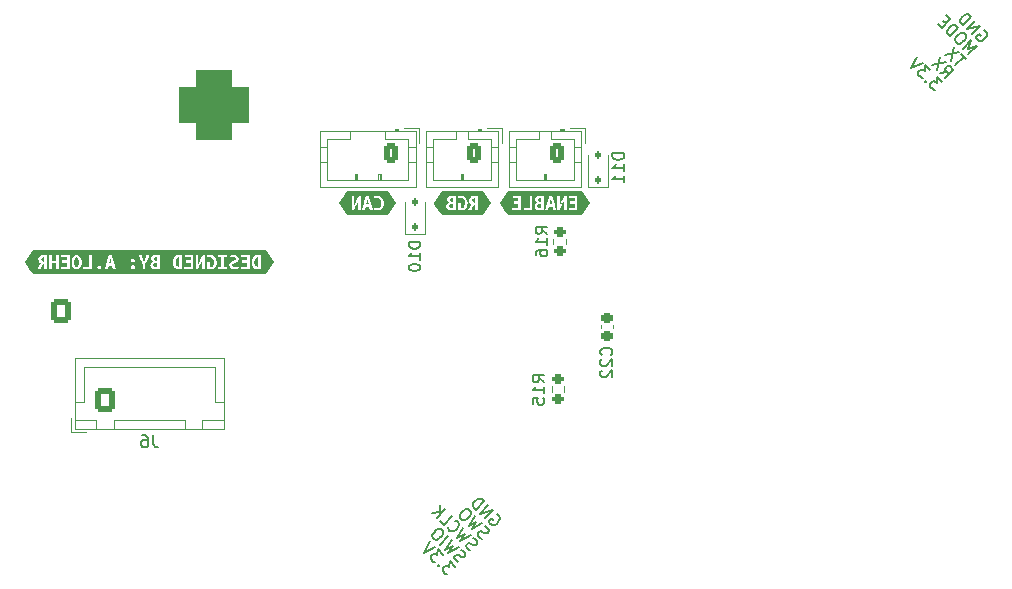
<source format=gbo>
G04 #@! TF.GenerationSoftware,KiCad,Pcbnew,7.0.10-7.0.10~ubuntu22.04.1*
G04 #@! TF.CreationDate,2024-02-06T20:51:40-05:00*
G04 #@! TF.ProjectId,PCB,5043422e-6b69-4636-9164-5f7063625858,rev?*
G04 #@! TF.SameCoordinates,Original*
G04 #@! TF.FileFunction,Legend,Bot*
G04 #@! TF.FilePolarity,Positive*
%FSLAX46Y46*%
G04 Gerber Fmt 4.6, Leading zero omitted, Abs format (unit mm)*
G04 Created by KiCad (PCBNEW 7.0.10-7.0.10~ubuntu22.04.1) date 2024-02-06 20:51:40*
%MOMM*%
%LPD*%
G01*
G04 APERTURE LIST*
G04 Aperture macros list*
%AMRoundRect*
0 Rectangle with rounded corners*
0 $1 Rounding radius*
0 $2 $3 $4 $5 $6 $7 $8 $9 X,Y pos of 4 corners*
0 Add a 4 corners polygon primitive as box body*
4,1,4,$2,$3,$4,$5,$6,$7,$8,$9,$2,$3,0*
0 Add four circle primitives for the rounded corners*
1,1,$1+$1,$2,$3*
1,1,$1+$1,$4,$5*
1,1,$1+$1,$6,$7*
1,1,$1+$1,$8,$9*
0 Add four rect primitives between the rounded corners*
20,1,$1+$1,$2,$3,$4,$5,0*
20,1,$1+$1,$4,$5,$6,$7,0*
20,1,$1+$1,$6,$7,$8,$9,0*
20,1,$1+$1,$8,$9,$2,$3,0*%
%AMHorizOval*
0 Thick line with rounded ends*
0 $1 width*
0 $2 $3 position (X,Y) of the first rounded end (center of the circle)*
0 $4 $5 position (X,Y) of the second rounded end (center of the circle)*
0 Add line between two ends*
20,1,$1,$2,$3,$4,$5,0*
0 Add two circle primitives to create the rounded ends*
1,1,$1,$2,$3*
1,1,$1,$4,$5*%
%AMRotRect*
0 Rectangle, with rotation*
0 The origin of the aperture is its center*
0 $1 length*
0 $2 width*
0 $3 Rotation angle, in degrees counterclockwise*
0 Add horizontal line*
21,1,$1,$2,0,0,$3*%
G04 Aperture macros list end*
%ADD10C,0.150000*%
%ADD11C,0.120000*%
%ADD12C,5.400000*%
%ADD13C,0.850000*%
%ADD14C,5.600000*%
%ADD15RotRect,1.000000X1.000000X135.000000*%
%ADD16HorizOval,1.000000X0.000000X0.000000X0.000000X0.000000X0*%
%ADD17C,2.400000*%
%ADD18RoundRect,1.500000X-1.500000X1.500000X-1.500000X-1.500000X1.500000X-1.500000X1.500000X1.500000X0*%
%ADD19C,6.000000*%
%ADD20RoundRect,0.250000X-0.600000X-0.725000X0.600000X-0.725000X0.600000X0.725000X-0.600000X0.725000X0*%
%ADD21O,1.700000X1.950000*%
%ADD22RoundRect,0.200000X-0.275000X0.200000X-0.275000X-0.200000X0.275000X-0.200000X0.275000X0.200000X0*%
%ADD23RoundRect,0.250000X0.350000X0.625000X-0.350000X0.625000X-0.350000X-0.625000X0.350000X-0.625000X0*%
%ADD24O,1.200000X1.750000*%
%ADD25RoundRect,0.112500X0.112500X-0.187500X0.112500X0.187500X-0.112500X0.187500X-0.112500X-0.187500X0*%
%ADD26RoundRect,0.200000X0.275000X-0.200000X0.275000X0.200000X-0.275000X0.200000X-0.275000X-0.200000X0*%
%ADD27RoundRect,0.225000X-0.250000X0.225000X-0.250000X-0.225000X0.250000X-0.225000X0.250000X0.225000X0*%
G04 APERTURE END LIST*
D10*
X155353912Y-33169809D02*
X156061019Y-32462702D01*
X156061019Y-32462702D02*
X155320241Y-32732076D01*
X155320241Y-32732076D02*
X155589615Y-31991297D01*
X155589615Y-31991297D02*
X154882508Y-32698404D01*
X155118210Y-31519893D02*
X154983523Y-31385206D01*
X154983523Y-31385206D02*
X154882508Y-31351534D01*
X154882508Y-31351534D02*
X154747821Y-31351534D01*
X154747821Y-31351534D02*
X154579462Y-31452550D01*
X154579462Y-31452550D02*
X154343760Y-31688252D01*
X154343760Y-31688252D02*
X154242745Y-31856611D01*
X154242745Y-31856611D02*
X154242745Y-31991298D01*
X154242745Y-31991298D02*
X154276417Y-32092313D01*
X154276417Y-32092313D02*
X154411104Y-32227000D01*
X154411104Y-32227000D02*
X154512119Y-32260672D01*
X154512119Y-32260672D02*
X154646806Y-32260672D01*
X154646806Y-32260672D02*
X154815165Y-32159656D01*
X154815165Y-32159656D02*
X155050867Y-31923954D01*
X155050867Y-31923954D02*
X155151882Y-31755595D01*
X155151882Y-31755595D02*
X155151882Y-31620908D01*
X155151882Y-31620908D02*
X155118210Y-31519893D01*
X153805012Y-31620908D02*
X154512119Y-30913802D01*
X154512119Y-30913802D02*
X154343760Y-30745443D01*
X154343760Y-30745443D02*
X154209073Y-30678099D01*
X154209073Y-30678099D02*
X154074386Y-30678099D01*
X154074386Y-30678099D02*
X153973371Y-30711771D01*
X153973371Y-30711771D02*
X153805012Y-30812786D01*
X153805012Y-30812786D02*
X153703997Y-30913802D01*
X153703997Y-30913802D02*
X153602982Y-31082160D01*
X153602982Y-31082160D02*
X153569310Y-31183176D01*
X153569310Y-31183176D02*
X153569310Y-31317863D01*
X153569310Y-31317863D02*
X153636653Y-31452550D01*
X153636653Y-31452550D02*
X153805012Y-31620908D01*
X153468295Y-30543412D02*
X153232592Y-30307710D01*
X152761188Y-30577084D02*
X153097905Y-30913802D01*
X153097905Y-30913802D02*
X153805012Y-30206695D01*
X153805012Y-30206695D02*
X153468295Y-29869977D01*
X155162034Y-33563717D02*
X154757973Y-33159656D01*
X154252897Y-34068794D02*
X154960004Y-33361687D01*
X154589615Y-32991297D02*
X153411103Y-33227000D01*
X154118210Y-32519893D02*
X153882508Y-33698404D01*
X115406958Y-72125984D02*
X115507973Y-72159656D01*
X115507973Y-72159656D02*
X115608989Y-72260671D01*
X115608989Y-72260671D02*
X115676332Y-72395358D01*
X115676332Y-72395358D02*
X115676332Y-72530046D01*
X115676332Y-72530046D02*
X115642660Y-72631061D01*
X115642660Y-72631061D02*
X115541645Y-72799420D01*
X115541645Y-72799420D02*
X115440630Y-72900435D01*
X115440630Y-72900435D02*
X115272271Y-73001450D01*
X115272271Y-73001450D02*
X115171256Y-73035122D01*
X115171256Y-73035122D02*
X115036569Y-73035122D01*
X115036569Y-73035122D02*
X114901882Y-72967778D01*
X114901882Y-72967778D02*
X114834538Y-72900435D01*
X114834538Y-72900435D02*
X114767195Y-72765748D01*
X114767195Y-72765748D02*
X114767195Y-72698404D01*
X114767195Y-72698404D02*
X115002897Y-72462702D01*
X115002897Y-72462702D02*
X115137584Y-72597389D01*
X114396806Y-72462702D02*
X115103912Y-71755595D01*
X115103912Y-71755595D02*
X113992745Y-72058641D01*
X113992745Y-72058641D02*
X114699851Y-71351534D01*
X113656027Y-71721924D02*
X114363134Y-71014817D01*
X114363134Y-71014817D02*
X114194775Y-70846458D01*
X114194775Y-70846458D02*
X114060088Y-70779114D01*
X114060088Y-70779114D02*
X113925401Y-70779114D01*
X113925401Y-70779114D02*
X113824386Y-70812786D01*
X113824386Y-70812786D02*
X113656027Y-70913801D01*
X113656027Y-70913801D02*
X113555012Y-71014817D01*
X113555012Y-71014817D02*
X113453997Y-71183175D01*
X113453997Y-71183175D02*
X113420325Y-71284191D01*
X113420325Y-71284191D02*
X113420325Y-71418878D01*
X113420325Y-71418878D02*
X113487668Y-71553565D01*
X113487668Y-71553565D02*
X113656027Y-71721924D01*
X152949851Y-34765748D02*
X153522271Y-34664733D01*
X153353912Y-35169809D02*
X154061019Y-34462702D01*
X154061019Y-34462702D02*
X153791645Y-34193328D01*
X153791645Y-34193328D02*
X153690630Y-34159656D01*
X153690630Y-34159656D02*
X153623286Y-34159656D01*
X153623286Y-34159656D02*
X153522271Y-34193328D01*
X153522271Y-34193328D02*
X153421256Y-34294343D01*
X153421256Y-34294343D02*
X153387584Y-34395358D01*
X153387584Y-34395358D02*
X153387584Y-34462702D01*
X153387584Y-34462702D02*
X153421256Y-34563717D01*
X153421256Y-34563717D02*
X153690630Y-34833091D01*
X153421256Y-33822939D02*
X152242745Y-34058641D01*
X152949851Y-33351534D02*
X152714149Y-34530046D01*
X153128363Y-35530046D02*
X152690630Y-35092313D01*
X152690630Y-35092313D02*
X152656958Y-35597389D01*
X152656958Y-35597389D02*
X152555943Y-35496374D01*
X152555943Y-35496374D02*
X152454928Y-35462702D01*
X152454928Y-35462702D02*
X152387584Y-35462702D01*
X152387584Y-35462702D02*
X152286569Y-35496374D01*
X152286569Y-35496374D02*
X152118210Y-35664733D01*
X152118210Y-35664733D02*
X152084538Y-35765748D01*
X152084538Y-35765748D02*
X152084538Y-35833091D01*
X152084538Y-35833091D02*
X152118210Y-35934107D01*
X152118210Y-35934107D02*
X152320241Y-36136137D01*
X152320241Y-36136137D02*
X152421256Y-36169809D01*
X152421256Y-36169809D02*
X152488599Y-36169809D01*
X151747821Y-35429030D02*
X151680477Y-35429030D01*
X151680477Y-35429030D02*
X151680477Y-35496374D01*
X151680477Y-35496374D02*
X151747821Y-35496374D01*
X151747821Y-35496374D02*
X151747821Y-35429030D01*
X151747821Y-35429030D02*
X151680477Y-35496374D01*
X152118210Y-34519893D02*
X151680478Y-34082160D01*
X151680478Y-34082160D02*
X151646806Y-34587237D01*
X151646806Y-34587237D02*
X151545791Y-34486222D01*
X151545791Y-34486222D02*
X151444775Y-34452550D01*
X151444775Y-34452550D02*
X151377432Y-34452550D01*
X151377432Y-34452550D02*
X151276417Y-34486222D01*
X151276417Y-34486222D02*
X151108058Y-34654580D01*
X151108058Y-34654580D02*
X151074386Y-34755596D01*
X151074386Y-34755596D02*
X151074386Y-34822939D01*
X151074386Y-34822939D02*
X151108058Y-34923954D01*
X151108058Y-34923954D02*
X151310088Y-35125985D01*
X151310088Y-35125985D02*
X151411104Y-35159657D01*
X151411104Y-35159657D02*
X151478447Y-35159657D01*
X151478447Y-33880130D02*
X150535638Y-34351534D01*
X150535638Y-34351534D02*
X151007043Y-33408725D01*
X111878363Y-76530046D02*
X111440630Y-76092313D01*
X111440630Y-76092313D02*
X111406958Y-76597389D01*
X111406958Y-76597389D02*
X111305943Y-76496374D01*
X111305943Y-76496374D02*
X111204928Y-76462702D01*
X111204928Y-76462702D02*
X111137584Y-76462702D01*
X111137584Y-76462702D02*
X111036569Y-76496374D01*
X111036569Y-76496374D02*
X110868210Y-76664733D01*
X110868210Y-76664733D02*
X110834538Y-76765748D01*
X110834538Y-76765748D02*
X110834538Y-76833091D01*
X110834538Y-76833091D02*
X110868210Y-76934107D01*
X110868210Y-76934107D02*
X111070241Y-77136137D01*
X111070241Y-77136137D02*
X111171256Y-77169809D01*
X111171256Y-77169809D02*
X111238599Y-77169809D01*
X110497821Y-76429030D02*
X110430477Y-76429030D01*
X110430477Y-76429030D02*
X110430477Y-76496374D01*
X110430477Y-76496374D02*
X110497821Y-76496374D01*
X110497821Y-76496374D02*
X110497821Y-76429030D01*
X110497821Y-76429030D02*
X110430477Y-76496374D01*
X110868210Y-75519893D02*
X110430478Y-75082160D01*
X110430478Y-75082160D02*
X110396806Y-75587237D01*
X110396806Y-75587237D02*
X110295791Y-75486222D01*
X110295791Y-75486222D02*
X110194775Y-75452550D01*
X110194775Y-75452550D02*
X110127432Y-75452550D01*
X110127432Y-75452550D02*
X110026417Y-75486222D01*
X110026417Y-75486222D02*
X109858058Y-75654580D01*
X109858058Y-75654580D02*
X109824386Y-75755596D01*
X109824386Y-75755596D02*
X109824386Y-75822939D01*
X109824386Y-75822939D02*
X109858058Y-75923954D01*
X109858058Y-75923954D02*
X110060088Y-76125985D01*
X110060088Y-76125985D02*
X110161104Y-76159657D01*
X110161104Y-76159657D02*
X110228447Y-76159657D01*
X110228447Y-74880130D02*
X109285638Y-75351534D01*
X109285638Y-75351534D02*
X109757043Y-74408725D01*
X112171256Y-76169809D02*
X112036569Y-76102465D01*
X112036569Y-76102465D02*
X111868210Y-75934107D01*
X111868210Y-75934107D02*
X111834538Y-75833091D01*
X111834538Y-75833091D02*
X111834538Y-75765748D01*
X111834538Y-75765748D02*
X111868210Y-75664733D01*
X111868210Y-75664733D02*
X111935554Y-75597389D01*
X111935554Y-75597389D02*
X112036569Y-75563717D01*
X112036569Y-75563717D02*
X112103912Y-75563717D01*
X112103912Y-75563717D02*
X112204928Y-75597389D01*
X112204928Y-75597389D02*
X112373286Y-75698404D01*
X112373286Y-75698404D02*
X112474302Y-75732076D01*
X112474302Y-75732076D02*
X112541645Y-75732076D01*
X112541645Y-75732076D02*
X112642660Y-75698404D01*
X112642660Y-75698404D02*
X112710004Y-75631061D01*
X112710004Y-75631061D02*
X112743676Y-75530046D01*
X112743676Y-75530046D02*
X112743676Y-75462702D01*
X112743676Y-75462702D02*
X112710004Y-75361687D01*
X112710004Y-75361687D02*
X112541645Y-75193328D01*
X112541645Y-75193328D02*
X112406958Y-75125984D01*
X112204928Y-74856610D02*
X111329462Y-75395358D01*
X111329462Y-75395358D02*
X111699851Y-74755595D01*
X111699851Y-74755595D02*
X111060088Y-75125984D01*
X111060088Y-75125984D02*
X111598836Y-74250519D01*
X110622355Y-74688252D02*
X111329462Y-73981145D01*
X110858058Y-73509741D02*
X110723371Y-73375054D01*
X110723371Y-73375054D02*
X110622356Y-73341382D01*
X110622356Y-73341382D02*
X110487669Y-73341382D01*
X110487669Y-73341382D02*
X110319310Y-73442397D01*
X110319310Y-73442397D02*
X110083608Y-73678100D01*
X110083608Y-73678100D02*
X109982593Y-73846458D01*
X109982593Y-73846458D02*
X109982593Y-73981145D01*
X109982593Y-73981145D02*
X110016264Y-74082161D01*
X110016264Y-74082161D02*
X110150951Y-74216848D01*
X110150951Y-74216848D02*
X110251967Y-74250519D01*
X110251967Y-74250519D02*
X110386654Y-74250519D01*
X110386654Y-74250519D02*
X110555012Y-74149504D01*
X110555012Y-74149504D02*
X110790715Y-73913802D01*
X110790715Y-73913802D02*
X110891730Y-73745443D01*
X110891730Y-73745443D02*
X110891730Y-73610756D01*
X110891730Y-73610756D02*
X110858058Y-73509741D01*
X114171256Y-74169809D02*
X114036569Y-74102465D01*
X114036569Y-74102465D02*
X113868210Y-73934107D01*
X113868210Y-73934107D02*
X113834538Y-73833091D01*
X113834538Y-73833091D02*
X113834538Y-73765748D01*
X113834538Y-73765748D02*
X113868210Y-73664733D01*
X113868210Y-73664733D02*
X113935554Y-73597389D01*
X113935554Y-73597389D02*
X114036569Y-73563717D01*
X114036569Y-73563717D02*
X114103912Y-73563717D01*
X114103912Y-73563717D02*
X114204928Y-73597389D01*
X114204928Y-73597389D02*
X114373286Y-73698404D01*
X114373286Y-73698404D02*
X114474302Y-73732076D01*
X114474302Y-73732076D02*
X114541645Y-73732076D01*
X114541645Y-73732076D02*
X114642660Y-73698404D01*
X114642660Y-73698404D02*
X114710004Y-73631061D01*
X114710004Y-73631061D02*
X114743676Y-73530046D01*
X114743676Y-73530046D02*
X114743676Y-73462702D01*
X114743676Y-73462702D02*
X114710004Y-73361687D01*
X114710004Y-73361687D02*
X114541645Y-73193328D01*
X114541645Y-73193328D02*
X114406958Y-73125984D01*
X114204928Y-72856610D02*
X113329462Y-73395358D01*
X113329462Y-73395358D02*
X113699851Y-72755595D01*
X113699851Y-72755595D02*
X113060088Y-73125984D01*
X113060088Y-73125984D02*
X113598836Y-72250519D01*
X113194775Y-71846458D02*
X113060088Y-71711771D01*
X113060088Y-71711771D02*
X112959073Y-71678099D01*
X112959073Y-71678099D02*
X112824386Y-71678099D01*
X112824386Y-71678099D02*
X112656027Y-71779114D01*
X112656027Y-71779114D02*
X112420325Y-72014817D01*
X112420325Y-72014817D02*
X112319310Y-72183176D01*
X112319310Y-72183176D02*
X112319310Y-72317863D01*
X112319310Y-72317863D02*
X112352981Y-72418878D01*
X112352981Y-72418878D02*
X112487668Y-72553565D01*
X112487668Y-72553565D02*
X112588684Y-72587237D01*
X112588684Y-72587237D02*
X112723371Y-72587237D01*
X112723371Y-72587237D02*
X112891729Y-72486221D01*
X112891729Y-72486221D02*
X113127432Y-72250519D01*
X113127432Y-72250519D02*
X113228447Y-72082160D01*
X113228447Y-72082160D02*
X113228447Y-71947473D01*
X113228447Y-71947473D02*
X113194775Y-71846458D01*
X156656958Y-31125984D02*
X156757973Y-31159656D01*
X156757973Y-31159656D02*
X156858989Y-31260671D01*
X156858989Y-31260671D02*
X156926332Y-31395358D01*
X156926332Y-31395358D02*
X156926332Y-31530046D01*
X156926332Y-31530046D02*
X156892660Y-31631061D01*
X156892660Y-31631061D02*
X156791645Y-31799420D01*
X156791645Y-31799420D02*
X156690630Y-31900435D01*
X156690630Y-31900435D02*
X156522271Y-32001450D01*
X156522271Y-32001450D02*
X156421256Y-32035122D01*
X156421256Y-32035122D02*
X156286569Y-32035122D01*
X156286569Y-32035122D02*
X156151882Y-31967778D01*
X156151882Y-31967778D02*
X156084538Y-31900435D01*
X156084538Y-31900435D02*
X156017195Y-31765748D01*
X156017195Y-31765748D02*
X156017195Y-31698404D01*
X156017195Y-31698404D02*
X156252897Y-31462702D01*
X156252897Y-31462702D02*
X156387584Y-31597389D01*
X155646806Y-31462702D02*
X156353912Y-30755595D01*
X156353912Y-30755595D02*
X155242745Y-31058641D01*
X155242745Y-31058641D02*
X155949851Y-30351534D01*
X154906027Y-30721924D02*
X155613134Y-30014817D01*
X155613134Y-30014817D02*
X155444775Y-29846458D01*
X155444775Y-29846458D02*
X155310088Y-29779114D01*
X155310088Y-29779114D02*
X155175401Y-29779114D01*
X155175401Y-29779114D02*
X155074386Y-29812786D01*
X155074386Y-29812786D02*
X154906027Y-29913801D01*
X154906027Y-29913801D02*
X154805012Y-30014817D01*
X154805012Y-30014817D02*
X154703997Y-30183175D01*
X154703997Y-30183175D02*
X154670325Y-30284191D01*
X154670325Y-30284191D02*
X154670325Y-30418878D01*
X154670325Y-30418878D02*
X154737668Y-30553565D01*
X154737668Y-30553565D02*
X154906027Y-30721924D01*
X113171256Y-75169809D02*
X113036569Y-75102465D01*
X113036569Y-75102465D02*
X112868210Y-74934107D01*
X112868210Y-74934107D02*
X112834538Y-74833091D01*
X112834538Y-74833091D02*
X112834538Y-74765748D01*
X112834538Y-74765748D02*
X112868210Y-74664733D01*
X112868210Y-74664733D02*
X112935554Y-74597389D01*
X112935554Y-74597389D02*
X113036569Y-74563717D01*
X113036569Y-74563717D02*
X113103912Y-74563717D01*
X113103912Y-74563717D02*
X113204928Y-74597389D01*
X113204928Y-74597389D02*
X113373286Y-74698404D01*
X113373286Y-74698404D02*
X113474302Y-74732076D01*
X113474302Y-74732076D02*
X113541645Y-74732076D01*
X113541645Y-74732076D02*
X113642660Y-74698404D01*
X113642660Y-74698404D02*
X113710004Y-74631061D01*
X113710004Y-74631061D02*
X113743676Y-74530046D01*
X113743676Y-74530046D02*
X113743676Y-74462702D01*
X113743676Y-74462702D02*
X113710004Y-74361687D01*
X113710004Y-74361687D02*
X113541645Y-74193328D01*
X113541645Y-74193328D02*
X113406958Y-74125984D01*
X113204928Y-73856610D02*
X112329462Y-74395358D01*
X112329462Y-74395358D02*
X112699851Y-73755595D01*
X112699851Y-73755595D02*
X112060088Y-74125984D01*
X112060088Y-74125984D02*
X112598836Y-73250519D01*
X111285638Y-73216847D02*
X111285638Y-73284191D01*
X111285638Y-73284191D02*
X111352981Y-73418878D01*
X111352981Y-73418878D02*
X111420325Y-73486221D01*
X111420325Y-73486221D02*
X111555012Y-73553565D01*
X111555012Y-73553565D02*
X111689699Y-73553565D01*
X111689699Y-73553565D02*
X111790714Y-73519893D01*
X111790714Y-73519893D02*
X111959073Y-73418878D01*
X111959073Y-73418878D02*
X112060088Y-73317863D01*
X112060088Y-73317863D02*
X112161103Y-73149504D01*
X112161103Y-73149504D02*
X112194775Y-73048489D01*
X112194775Y-73048489D02*
X112194775Y-72913802D01*
X112194775Y-72913802D02*
X112127432Y-72779114D01*
X112127432Y-72779114D02*
X112060088Y-72711771D01*
X112060088Y-72711771D02*
X111925401Y-72644427D01*
X111925401Y-72644427D02*
X111858058Y-72644427D01*
X110578531Y-72644427D02*
X110915249Y-72981145D01*
X110915249Y-72981145D02*
X111622355Y-72274038D01*
X110342829Y-72408725D02*
X111049936Y-71701618D01*
X109938768Y-72004664D02*
X110645875Y-71903649D01*
X110645875Y-71297557D02*
X110645875Y-72105679D01*
X86333333Y-65424819D02*
X86333333Y-66139104D01*
X86333333Y-66139104D02*
X86380952Y-66281961D01*
X86380952Y-66281961D02*
X86476190Y-66377200D01*
X86476190Y-66377200D02*
X86619047Y-66424819D01*
X86619047Y-66424819D02*
X86714285Y-66424819D01*
X85428571Y-65424819D02*
X85619047Y-65424819D01*
X85619047Y-65424819D02*
X85714285Y-65472438D01*
X85714285Y-65472438D02*
X85761904Y-65520057D01*
X85761904Y-65520057D02*
X85857142Y-65662914D01*
X85857142Y-65662914D02*
X85904761Y-65853390D01*
X85904761Y-65853390D02*
X85904761Y-66234342D01*
X85904761Y-66234342D02*
X85857142Y-66329580D01*
X85857142Y-66329580D02*
X85809523Y-66377200D01*
X85809523Y-66377200D02*
X85714285Y-66424819D01*
X85714285Y-66424819D02*
X85523809Y-66424819D01*
X85523809Y-66424819D02*
X85428571Y-66377200D01*
X85428571Y-66377200D02*
X85380952Y-66329580D01*
X85380952Y-66329580D02*
X85333333Y-66234342D01*
X85333333Y-66234342D02*
X85333333Y-65996247D01*
X85333333Y-65996247D02*
X85380952Y-65901009D01*
X85380952Y-65901009D02*
X85428571Y-65853390D01*
X85428571Y-65853390D02*
X85523809Y-65805771D01*
X85523809Y-65805771D02*
X85714285Y-65805771D01*
X85714285Y-65805771D02*
X85809523Y-65853390D01*
X85809523Y-65853390D02*
X85857142Y-65901009D01*
X85857142Y-65901009D02*
X85904761Y-65996247D01*
X119451199Y-60916026D02*
X118975008Y-60582693D01*
X119451199Y-60344598D02*
X118451199Y-60344598D01*
X118451199Y-60344598D02*
X118451199Y-60725550D01*
X118451199Y-60725550D02*
X118498818Y-60820788D01*
X118498818Y-60820788D02*
X118546437Y-60868407D01*
X118546437Y-60868407D02*
X118641675Y-60916026D01*
X118641675Y-60916026D02*
X118784532Y-60916026D01*
X118784532Y-60916026D02*
X118879770Y-60868407D01*
X118879770Y-60868407D02*
X118927389Y-60820788D01*
X118927389Y-60820788D02*
X118975008Y-60725550D01*
X118975008Y-60725550D02*
X118975008Y-60344598D01*
X119451199Y-61868407D02*
X119451199Y-61296979D01*
X119451199Y-61582693D02*
X118451199Y-61582693D01*
X118451199Y-61582693D02*
X118594056Y-61487455D01*
X118594056Y-61487455D02*
X118689294Y-61392217D01*
X118689294Y-61392217D02*
X118736913Y-61296979D01*
X118451199Y-62773169D02*
X118451199Y-62296979D01*
X118451199Y-62296979D02*
X118927389Y-62249360D01*
X118927389Y-62249360D02*
X118879770Y-62296979D01*
X118879770Y-62296979D02*
X118832151Y-62392217D01*
X118832151Y-62392217D02*
X118832151Y-62630312D01*
X118832151Y-62630312D02*
X118879770Y-62725550D01*
X118879770Y-62725550D02*
X118927389Y-62773169D01*
X118927389Y-62773169D02*
X119022627Y-62820788D01*
X119022627Y-62820788D02*
X119260722Y-62820788D01*
X119260722Y-62820788D02*
X119355960Y-62773169D01*
X119355960Y-62773169D02*
X119403580Y-62725550D01*
X119403580Y-62725550D02*
X119451199Y-62630312D01*
X119451199Y-62630312D02*
X119451199Y-62392217D01*
X119451199Y-62392217D02*
X119403580Y-62296979D01*
X119403580Y-62296979D02*
X119355960Y-62249360D01*
X126204819Y-41535714D02*
X125204819Y-41535714D01*
X125204819Y-41535714D02*
X125204819Y-41773809D01*
X125204819Y-41773809D02*
X125252438Y-41916666D01*
X125252438Y-41916666D02*
X125347676Y-42011904D01*
X125347676Y-42011904D02*
X125442914Y-42059523D01*
X125442914Y-42059523D02*
X125633390Y-42107142D01*
X125633390Y-42107142D02*
X125776247Y-42107142D01*
X125776247Y-42107142D02*
X125966723Y-42059523D01*
X125966723Y-42059523D02*
X126061961Y-42011904D01*
X126061961Y-42011904D02*
X126157200Y-41916666D01*
X126157200Y-41916666D02*
X126204819Y-41773809D01*
X126204819Y-41773809D02*
X126204819Y-41535714D01*
X126204819Y-43059523D02*
X126204819Y-42488095D01*
X126204819Y-42773809D02*
X125204819Y-42773809D01*
X125204819Y-42773809D02*
X125347676Y-42678571D01*
X125347676Y-42678571D02*
X125442914Y-42583333D01*
X125442914Y-42583333D02*
X125490533Y-42488095D01*
X126204819Y-44011904D02*
X126204819Y-43440476D01*
X126204819Y-43726190D02*
X125204819Y-43726190D01*
X125204819Y-43726190D02*
X125347676Y-43630952D01*
X125347676Y-43630952D02*
X125442914Y-43535714D01*
X125442914Y-43535714D02*
X125490533Y-43440476D01*
X108954819Y-49035714D02*
X107954819Y-49035714D01*
X107954819Y-49035714D02*
X107954819Y-49273809D01*
X107954819Y-49273809D02*
X108002438Y-49416666D01*
X108002438Y-49416666D02*
X108097676Y-49511904D01*
X108097676Y-49511904D02*
X108192914Y-49559523D01*
X108192914Y-49559523D02*
X108383390Y-49607142D01*
X108383390Y-49607142D02*
X108526247Y-49607142D01*
X108526247Y-49607142D02*
X108716723Y-49559523D01*
X108716723Y-49559523D02*
X108811961Y-49511904D01*
X108811961Y-49511904D02*
X108907200Y-49416666D01*
X108907200Y-49416666D02*
X108954819Y-49273809D01*
X108954819Y-49273809D02*
X108954819Y-49035714D01*
X108954819Y-50559523D02*
X108954819Y-49988095D01*
X108954819Y-50273809D02*
X107954819Y-50273809D01*
X107954819Y-50273809D02*
X108097676Y-50178571D01*
X108097676Y-50178571D02*
X108192914Y-50083333D01*
X108192914Y-50083333D02*
X108240533Y-49988095D01*
X107954819Y-51178571D02*
X107954819Y-51273809D01*
X107954819Y-51273809D02*
X108002438Y-51369047D01*
X108002438Y-51369047D02*
X108050057Y-51416666D01*
X108050057Y-51416666D02*
X108145295Y-51464285D01*
X108145295Y-51464285D02*
X108335771Y-51511904D01*
X108335771Y-51511904D02*
X108573866Y-51511904D01*
X108573866Y-51511904D02*
X108764342Y-51464285D01*
X108764342Y-51464285D02*
X108859580Y-51416666D01*
X108859580Y-51416666D02*
X108907200Y-51369047D01*
X108907200Y-51369047D02*
X108954819Y-51273809D01*
X108954819Y-51273809D02*
X108954819Y-51178571D01*
X108954819Y-51178571D02*
X108907200Y-51083333D01*
X108907200Y-51083333D02*
X108859580Y-51035714D01*
X108859580Y-51035714D02*
X108764342Y-50988095D01*
X108764342Y-50988095D02*
X108573866Y-50940476D01*
X108573866Y-50940476D02*
X108335771Y-50940476D01*
X108335771Y-50940476D02*
X108145295Y-50988095D01*
X108145295Y-50988095D02*
X108050057Y-51035714D01*
X108050057Y-51035714D02*
X108002438Y-51083333D01*
X108002438Y-51083333D02*
X107954819Y-51178571D01*
X119704819Y-48357142D02*
X119228628Y-48023809D01*
X119704819Y-47785714D02*
X118704819Y-47785714D01*
X118704819Y-47785714D02*
X118704819Y-48166666D01*
X118704819Y-48166666D02*
X118752438Y-48261904D01*
X118752438Y-48261904D02*
X118800057Y-48309523D01*
X118800057Y-48309523D02*
X118895295Y-48357142D01*
X118895295Y-48357142D02*
X119038152Y-48357142D01*
X119038152Y-48357142D02*
X119133390Y-48309523D01*
X119133390Y-48309523D02*
X119181009Y-48261904D01*
X119181009Y-48261904D02*
X119228628Y-48166666D01*
X119228628Y-48166666D02*
X119228628Y-47785714D01*
X119704819Y-49309523D02*
X119704819Y-48738095D01*
X119704819Y-49023809D02*
X118704819Y-49023809D01*
X118704819Y-49023809D02*
X118847676Y-48928571D01*
X118847676Y-48928571D02*
X118942914Y-48833333D01*
X118942914Y-48833333D02*
X118990533Y-48738095D01*
X118704819Y-50166666D02*
X118704819Y-49976190D01*
X118704819Y-49976190D02*
X118752438Y-49880952D01*
X118752438Y-49880952D02*
X118800057Y-49833333D01*
X118800057Y-49833333D02*
X118942914Y-49738095D01*
X118942914Y-49738095D02*
X119133390Y-49690476D01*
X119133390Y-49690476D02*
X119514342Y-49690476D01*
X119514342Y-49690476D02*
X119609580Y-49738095D01*
X119609580Y-49738095D02*
X119657200Y-49785714D01*
X119657200Y-49785714D02*
X119704819Y-49880952D01*
X119704819Y-49880952D02*
X119704819Y-50071428D01*
X119704819Y-50071428D02*
X119657200Y-50166666D01*
X119657200Y-50166666D02*
X119609580Y-50214285D01*
X119609580Y-50214285D02*
X119514342Y-50261904D01*
X119514342Y-50261904D02*
X119276247Y-50261904D01*
X119276247Y-50261904D02*
X119181009Y-50214285D01*
X119181009Y-50214285D02*
X119133390Y-50166666D01*
X119133390Y-50166666D02*
X119085771Y-50071428D01*
X119085771Y-50071428D02*
X119085771Y-49880952D01*
X119085771Y-49880952D02*
X119133390Y-49785714D01*
X119133390Y-49785714D02*
X119181009Y-49738095D01*
X119181009Y-49738095D02*
X119276247Y-49690476D01*
X125109580Y-58607142D02*
X125157200Y-58559523D01*
X125157200Y-58559523D02*
X125204819Y-58416666D01*
X125204819Y-58416666D02*
X125204819Y-58321428D01*
X125204819Y-58321428D02*
X125157200Y-58178571D01*
X125157200Y-58178571D02*
X125061961Y-58083333D01*
X125061961Y-58083333D02*
X124966723Y-58035714D01*
X124966723Y-58035714D02*
X124776247Y-57988095D01*
X124776247Y-57988095D02*
X124633390Y-57988095D01*
X124633390Y-57988095D02*
X124442914Y-58035714D01*
X124442914Y-58035714D02*
X124347676Y-58083333D01*
X124347676Y-58083333D02*
X124252438Y-58178571D01*
X124252438Y-58178571D02*
X124204819Y-58321428D01*
X124204819Y-58321428D02*
X124204819Y-58416666D01*
X124204819Y-58416666D02*
X124252438Y-58559523D01*
X124252438Y-58559523D02*
X124300057Y-58607142D01*
X124300057Y-58988095D02*
X124252438Y-59035714D01*
X124252438Y-59035714D02*
X124204819Y-59130952D01*
X124204819Y-59130952D02*
X124204819Y-59369047D01*
X124204819Y-59369047D02*
X124252438Y-59464285D01*
X124252438Y-59464285D02*
X124300057Y-59511904D01*
X124300057Y-59511904D02*
X124395295Y-59559523D01*
X124395295Y-59559523D02*
X124490533Y-59559523D01*
X124490533Y-59559523D02*
X124633390Y-59511904D01*
X124633390Y-59511904D02*
X125204819Y-58940476D01*
X125204819Y-58940476D02*
X125204819Y-59559523D01*
X124300057Y-59940476D02*
X124252438Y-59988095D01*
X124252438Y-59988095D02*
X124204819Y-60083333D01*
X124204819Y-60083333D02*
X124204819Y-60321428D01*
X124204819Y-60321428D02*
X124252438Y-60416666D01*
X124252438Y-60416666D02*
X124300057Y-60464285D01*
X124300057Y-60464285D02*
X124395295Y-60511904D01*
X124395295Y-60511904D02*
X124490533Y-60511904D01*
X124490533Y-60511904D02*
X124633390Y-60464285D01*
X124633390Y-60464285D02*
X125204819Y-59892857D01*
X125204819Y-59892857D02*
X125204819Y-60511904D01*
D11*
X79400000Y-65170000D02*
X79400000Y-63920000D01*
X79690000Y-58910000D02*
X92310000Y-58910000D01*
X79690000Y-64880000D02*
X79690000Y-58910000D01*
X79700000Y-62620000D02*
X80450000Y-62620000D01*
X79700000Y-64120000D02*
X81500000Y-64120000D01*
X79700000Y-64870000D02*
X79700000Y-64120000D01*
X80450000Y-59670000D02*
X86000000Y-59670000D01*
X80450000Y-62620000D02*
X80450000Y-59670000D01*
X80650000Y-65170000D02*
X79400000Y-65170000D01*
X81500000Y-64120000D02*
X81500000Y-64870000D01*
X81500000Y-64870000D02*
X79700000Y-64870000D01*
X83000000Y-64120000D02*
X89000000Y-64120000D01*
X83000000Y-64870000D02*
X83000000Y-64120000D01*
X89000000Y-64120000D02*
X89000000Y-64870000D01*
X89000000Y-64870000D02*
X83000000Y-64870000D01*
X90500000Y-64120000D02*
X92300000Y-64120000D01*
X90500000Y-64870000D02*
X90500000Y-64120000D01*
X91550000Y-59670000D02*
X86000000Y-59670000D01*
X91550000Y-62620000D02*
X91550000Y-59670000D01*
X92300000Y-62620000D02*
X91550000Y-62620000D01*
X92300000Y-64120000D02*
X92300000Y-64870000D01*
X92300000Y-64870000D02*
X90500000Y-64870000D01*
X92310000Y-58910000D02*
X92310000Y-64880000D01*
X92310000Y-64880000D02*
X79690000Y-64880000D01*
G36*
X120035305Y-45514732D02*
G01*
X120065785Y-45632843D01*
X120092455Y-45750000D01*
X120116268Y-45871920D01*
X119885763Y-45871920D01*
X119908623Y-45750000D01*
X119934340Y-45632843D01*
X119964820Y-45514732D01*
X120000063Y-45388050D01*
X120035305Y-45514732D01*
G37*
G36*
X119184723Y-46142430D02*
G01*
X119130430Y-46148145D01*
X119072328Y-46150050D01*
X118994222Y-46143382D01*
X118926595Y-46118618D01*
X118878018Y-46067182D01*
X118858967Y-45982410D01*
X118913260Y-45859537D01*
X119058993Y-45822390D01*
X119184723Y-45822390D01*
X119184723Y-46142430D01*
G37*
G36*
X119133288Y-45351855D02*
G01*
X119184723Y-45357570D01*
X119184723Y-45628080D01*
X119093283Y-45628080D01*
X118958028Y-45589027D01*
X118912308Y-45481395D01*
X118925643Y-45413767D01*
X118961838Y-45373762D01*
X119015178Y-45354712D01*
X119078043Y-45349950D01*
X119133288Y-45351855D01*
G37*
G36*
X123323441Y-45750000D02*
G01*
X122656268Y-46750760D01*
X122259393Y-46750760D01*
X120750633Y-46750760D01*
X119790513Y-46750760D01*
X119091378Y-46750760D01*
X117693108Y-46750760D01*
X117496893Y-46750760D01*
X116740607Y-46750760D01*
X116343732Y-46750760D01*
X116068989Y-46338645D01*
X116740607Y-46338645D01*
X117496893Y-46338645D01*
X117693108Y-46338645D01*
X118434153Y-46338645D01*
X118434153Y-45982410D01*
X118628463Y-45982410D01*
X118637511Y-46080279D01*
X118664658Y-46160528D01*
X118762765Y-46274828D01*
X118830392Y-46311499D01*
X118909450Y-46335787D01*
X118997318Y-46349361D01*
X119091378Y-46353885D01*
X119170911Y-46351742D01*
X119253303Y-46345313D01*
X119305163Y-46338645D01*
X119539053Y-46338645D01*
X119790513Y-46338645D01*
X119845758Y-46066230D01*
X120160083Y-46066230D01*
X120213423Y-46338645D01*
X120457263Y-46338645D01*
X120423658Y-46201676D01*
X120389902Y-46069659D01*
X120355993Y-45942596D01*
X120321931Y-45820485D01*
X120287718Y-45703328D01*
X120245212Y-45561822D01*
X120203421Y-45424007D01*
X120162345Y-45289883D01*
X120121983Y-45159450D01*
X120562038Y-45159450D01*
X120562038Y-46338645D01*
X120750633Y-46338645D01*
X120805560Y-46207941D01*
X120863663Y-46077448D01*
X120924940Y-45947167D01*
X120989393Y-45816887D01*
X121057020Y-45686394D01*
X121127823Y-45555690D01*
X121127823Y-46338645D01*
X121339278Y-46338645D01*
X121503108Y-46338645D01*
X122259393Y-46338645D01*
X122259393Y-45159450D01*
X121545018Y-45159450D01*
X121545018Y-45353760D01*
X122025078Y-45353760D01*
X122025078Y-45618555D01*
X121607883Y-45618555D01*
X121607883Y-45812865D01*
X122025078Y-45812865D01*
X122025078Y-46144335D01*
X121503108Y-46144335D01*
X121503108Y-46338645D01*
X121339278Y-46338645D01*
X121339278Y-45159450D01*
X121150683Y-45159450D01*
X121097343Y-45246842D01*
X121044003Y-45341377D01*
X120991377Y-45439247D01*
X120940180Y-45536640D01*
X120891603Y-45632366D01*
X120846835Y-45725235D01*
X120807068Y-45810960D01*
X120773493Y-45885255D01*
X120773493Y-45159450D01*
X120562038Y-45159450D01*
X120121983Y-45159450D01*
X119866713Y-45159450D01*
X119824862Y-45290955D01*
X119783131Y-45426388D01*
X119741518Y-45565751D01*
X119700025Y-45709042D01*
X119667069Y-45827191D01*
X119634493Y-45949225D01*
X119602299Y-46075145D01*
X119570485Y-46204952D01*
X119539053Y-46338645D01*
X119305163Y-46338645D01*
X119336646Y-46334597D01*
X119419038Y-46319595D01*
X119419038Y-45174690D01*
X119272353Y-45154687D01*
X119114238Y-45146115D01*
X118993270Y-45153021D01*
X118897068Y-45173737D01*
X118765623Y-45246127D01*
X118700853Y-45346140D01*
X118683707Y-45456630D01*
X118693947Y-45535688D01*
X118724665Y-45605220D01*
X118834203Y-45708090D01*
X118733476Y-45759525D01*
X118671325Y-45826200D01*
X118639178Y-45902400D01*
X118628463Y-45982410D01*
X118434153Y-45982410D01*
X118434153Y-45159450D01*
X118197933Y-45159450D01*
X118197933Y-46144335D01*
X117693108Y-46144335D01*
X117693108Y-46338645D01*
X117496893Y-46338645D01*
X117496893Y-45159450D01*
X116782517Y-45159450D01*
X116782517Y-45353760D01*
X117262578Y-45353760D01*
X117262578Y-45618555D01*
X116845383Y-45618555D01*
X116845383Y-45812865D01*
X117262578Y-45812865D01*
X117262578Y-46144335D01*
X116740607Y-46144335D01*
X116740607Y-46338645D01*
X116068989Y-46338645D01*
X115676559Y-45750000D01*
X116343732Y-44749240D01*
X116740607Y-44749240D01*
X122259393Y-44749240D01*
X122656268Y-44749240D01*
X123323441Y-45750000D01*
G37*
X121109870Y-61262742D02*
X121109870Y-61737258D01*
X120064870Y-61262742D02*
X120064870Y-61737258D01*
X122860000Y-39390000D02*
X122860000Y-40640000D01*
X122560000Y-44410000D02*
X116440000Y-44410000D01*
X122560000Y-42300000D02*
X121950000Y-42300000D01*
X122560000Y-41000000D02*
X121950000Y-41000000D01*
X122560000Y-39690000D02*
X122560000Y-44410000D01*
X121950000Y-43800000D02*
X117050000Y-43800000D01*
X121950000Y-40300000D02*
X121950000Y-43800000D01*
X121610000Y-39390000D02*
X122860000Y-39390000D01*
X121100000Y-39490000D02*
X121100000Y-39690000D01*
X120800000Y-39690000D02*
X120800000Y-39490000D01*
X120800000Y-39590000D02*
X121100000Y-39590000D01*
X120800000Y-39490000D02*
X121100000Y-39490000D01*
X120000000Y-40300000D02*
X121950000Y-40300000D01*
X120000000Y-39690000D02*
X120000000Y-40300000D01*
X119600000Y-43800000D02*
X119600000Y-43300000D01*
X119600000Y-43300000D02*
X119400000Y-43300000D01*
X119500000Y-43800000D02*
X119500000Y-43300000D01*
X119400000Y-43300000D02*
X119400000Y-43800000D01*
X119000000Y-40300000D02*
X119000000Y-39690000D01*
X117050000Y-43800000D02*
X117050000Y-40300000D01*
X117050000Y-40300000D02*
X119000000Y-40300000D01*
X116440000Y-44410000D02*
X116440000Y-39690000D01*
X116440000Y-42300000D02*
X117050000Y-42300000D01*
X116440000Y-41000000D02*
X117050000Y-41000000D01*
X116440000Y-39690000D02*
X122560000Y-39690000D01*
G36*
X104519050Y-45516637D02*
G01*
X104549530Y-45634747D01*
X104576200Y-45751905D01*
X104600012Y-45873825D01*
X104369507Y-45873825D01*
X104392367Y-45751905D01*
X104418085Y-45634747D01*
X104448565Y-45516637D01*
X104483807Y-45389955D01*
X104519050Y-45516637D01*
G37*
G36*
X106930886Y-45750000D02*
G01*
X106256092Y-46762190D01*
X105859218Y-46762190D01*
X105346772Y-46762190D01*
X104274257Y-46762190D01*
X103329377Y-46762190D01*
X103140782Y-46762190D01*
X102743907Y-46762190D01*
X102069114Y-45750000D01*
X102461544Y-45161355D01*
X103140782Y-45161355D01*
X103140782Y-46340550D01*
X103329377Y-46340550D01*
X103384305Y-46209846D01*
X103442407Y-46079353D01*
X103503685Y-45949072D01*
X103568138Y-45818792D01*
X103635765Y-45688299D01*
X103706567Y-45557595D01*
X103706567Y-46340550D01*
X103918022Y-46340550D01*
X104022797Y-46340550D01*
X104274257Y-46340550D01*
X104329502Y-46068135D01*
X104643827Y-46068135D01*
X104697167Y-46340550D01*
X104941007Y-46340550D01*
X104926986Y-46283400D01*
X105017207Y-46283400D01*
X105151510Y-46339597D01*
X105242712Y-46358886D01*
X105346772Y-46365315D01*
X105500019Y-46347535D01*
X105627019Y-46294195D01*
X105727773Y-46205295D01*
X105785280Y-46116832D01*
X105826356Y-46011461D01*
X105851002Y-45889184D01*
X105859218Y-45750000D01*
X105849216Y-45611411D01*
X105819213Y-45489015D01*
X105771349Y-45383526D01*
X105707770Y-45295657D01*
X105629665Y-45226125D01*
X105538225Y-45175642D01*
X105435593Y-45144924D01*
X105323912Y-45134685D01*
X105210565Y-45145162D01*
X105121982Y-45168975D01*
X105058165Y-45197550D01*
X105019112Y-45220410D01*
X105080072Y-45407100D01*
X105185800Y-45358522D01*
X105327722Y-45338520D01*
X105435355Y-45358522D01*
X105528700Y-45425197D01*
X105595375Y-45549975D01*
X105614663Y-45637605D01*
X105621092Y-45744285D01*
X105613367Y-45868427D01*
X105590189Y-45971615D01*
X105551560Y-46053847D01*
X105459882Y-46134572D01*
X105323912Y-46161480D01*
X105172465Y-46140525D01*
X105076262Y-46098615D01*
X105017207Y-46283400D01*
X104926986Y-46283400D01*
X104907403Y-46203580D01*
X104873647Y-46071564D01*
X104839738Y-45944500D01*
X104805676Y-45822390D01*
X104771462Y-45705232D01*
X104728957Y-45563727D01*
X104687166Y-45425912D01*
X104646090Y-45291788D01*
X104605727Y-45161355D01*
X104350457Y-45161355D01*
X104308607Y-45292860D01*
X104266876Y-45428293D01*
X104225263Y-45567656D01*
X104183770Y-45710947D01*
X104150813Y-45829096D01*
X104118238Y-45951130D01*
X104086043Y-46077050D01*
X104054230Y-46206857D01*
X104022797Y-46340550D01*
X103918022Y-46340550D01*
X103918022Y-45161355D01*
X103729427Y-45161355D01*
X103676087Y-45248747D01*
X103622747Y-45343282D01*
X103570122Y-45441152D01*
X103518925Y-45538545D01*
X103470347Y-45634271D01*
X103425580Y-45727140D01*
X103385813Y-45812865D01*
X103352237Y-45887160D01*
X103352237Y-45161355D01*
X103140782Y-45161355D01*
X102461544Y-45161355D01*
X102743907Y-44737810D01*
X103140782Y-44737810D01*
X105859217Y-44737810D01*
X105859218Y-44737810D01*
X106256092Y-44737810D01*
X106930886Y-45750000D01*
G37*
X123150000Y-44360000D02*
X123150000Y-41700000D01*
X124850000Y-44360000D02*
X123150000Y-44360000D01*
X124850000Y-44360000D02*
X124850000Y-41700000D01*
X107650000Y-48360000D02*
X107650000Y-45700000D01*
X109350000Y-48360000D02*
X107650000Y-48360000D01*
X109350000Y-48360000D02*
X109350000Y-45700000D01*
X120227500Y-49237258D02*
X120227500Y-48762742D01*
X121272500Y-49237258D02*
X121272500Y-48762742D01*
G36*
X82744355Y-50516637D02*
G01*
X82774835Y-50634747D01*
X82801505Y-50751905D01*
X82825317Y-50873825D01*
X82594812Y-50873825D01*
X82617673Y-50751905D01*
X82643390Y-50634747D01*
X82673870Y-50516637D01*
X82709112Y-50389955D01*
X82744355Y-50516637D01*
G37*
G36*
X86656272Y-51144335D02*
G01*
X86601980Y-51150050D01*
X86543877Y-51151955D01*
X86465772Y-51145287D01*
X86398145Y-51120522D01*
X86349567Y-51069087D01*
X86330517Y-50984315D01*
X86384810Y-50861442D01*
X86530542Y-50824295D01*
X86656272Y-50824295D01*
X86656272Y-51144335D01*
G37*
G36*
X86604837Y-50353760D02*
G01*
X86656272Y-50359475D01*
X86656272Y-50629985D01*
X86564832Y-50629985D01*
X86429577Y-50590932D01*
X86383857Y-50483300D01*
X86397192Y-50415672D01*
X86433387Y-50375667D01*
X86486727Y-50356617D01*
X86549592Y-50351855D01*
X86604837Y-50353760D01*
G37*
G36*
X77093172Y-50352807D02*
G01*
X77131272Y-50357570D01*
X77131272Y-50711900D01*
X77079837Y-50711900D01*
X76976491Y-50700232D01*
X76906482Y-50665227D01*
X76853142Y-50532830D01*
X76867430Y-50451867D01*
X76910292Y-50395670D01*
X76976491Y-50362809D01*
X77060787Y-50351855D01*
X77093172Y-50352807D01*
G37*
G36*
X95194483Y-50352807D02*
G01*
X95228773Y-50357570D01*
X95228773Y-51150050D01*
X95207818Y-51151955D01*
X95186863Y-51151955D01*
X95052560Y-51121475D01*
X94964930Y-51037655D01*
X94917305Y-50910972D01*
X94906589Y-50834058D01*
X94903017Y-50750000D01*
X94914448Y-50601410D01*
X94954453Y-50473775D01*
X95032558Y-50385192D01*
X95160193Y-50351855D01*
X95194483Y-50352807D01*
G37*
G36*
X88526982Y-50352807D02*
G01*
X88561272Y-50357570D01*
X88561272Y-51150050D01*
X88540317Y-51151955D01*
X88519362Y-51151955D01*
X88385060Y-51121475D01*
X88297430Y-51037655D01*
X88249805Y-50910972D01*
X88239089Y-50834058D01*
X88235517Y-50750000D01*
X88246947Y-50601410D01*
X88286953Y-50473775D01*
X88365057Y-50385192D01*
X88492692Y-50351855D01*
X88526982Y-50352807D01*
G37*
G36*
X79946862Y-50370905D02*
G01*
X80003060Y-50459487D01*
X80029730Y-50589980D01*
X80034731Y-50667132D01*
X80036397Y-50750000D01*
X80034731Y-50833106D01*
X80029730Y-50910972D01*
X80003060Y-51041465D01*
X79946862Y-51129095D01*
X79849707Y-51161480D01*
X79753505Y-51129095D01*
X79696355Y-51040512D01*
X79669685Y-50910020D01*
X79664684Y-50832867D01*
X79663017Y-50750000D01*
X79664684Y-50666894D01*
X79669685Y-50589027D01*
X79696355Y-50458535D01*
X79752552Y-50370905D01*
X79849707Y-50338520D01*
X79946862Y-50370905D01*
G37*
G36*
X96534756Y-50750000D02*
G01*
X95859962Y-51762190D01*
X95463087Y-51762190D01*
X95211627Y-51762190D01*
X94493442Y-51762190D01*
X93218997Y-51762190D01*
X92605588Y-51762190D01*
X91222558Y-51762190D01*
X90127183Y-51762190D01*
X89730942Y-51762190D01*
X88544127Y-51762190D01*
X86562927Y-51762190D01*
X85444692Y-51762190D01*
X84610302Y-51762190D01*
X82499563Y-51762190D01*
X81752802Y-51762190D01*
X80402157Y-51762190D01*
X79847802Y-51762190D01*
X79253442Y-51762190D01*
X77554182Y-51762190D01*
X76536912Y-51762190D01*
X76140037Y-51762190D01*
X75858944Y-51340550D01*
X76536912Y-51340550D01*
X76782657Y-51340550D01*
X76830044Y-51228393D01*
X76884575Y-51120522D01*
X76944821Y-51014081D01*
X77009352Y-50906210D01*
X77131272Y-50906210D01*
X77131272Y-51340550D01*
X77365587Y-51340550D01*
X77365587Y-50178500D01*
X77290340Y-50164212D01*
X77265484Y-50161355D01*
X77554182Y-50161355D01*
X77554182Y-51340550D01*
X77788497Y-51340550D01*
X77788497Y-50820485D01*
X78100917Y-50820485D01*
X78100917Y-51340550D01*
X78335232Y-51340550D01*
X78497157Y-51340550D01*
X79253442Y-51340550D01*
X79253442Y-50750000D01*
X79424892Y-50750000D01*
X79431798Y-50893054D01*
X79452515Y-51017414D01*
X79487043Y-51123082D01*
X79535382Y-51210057D01*
X79619202Y-51296312D01*
X79723342Y-51348064D01*
X79847802Y-51365315D01*
X79975332Y-51348064D01*
X79990683Y-51340550D01*
X80402157Y-51340550D01*
X81143202Y-51340550D01*
X81143202Y-51190055D01*
X81583257Y-51190055D01*
X81634692Y-51317690D01*
X81752802Y-51361505D01*
X81817572Y-51350075D01*
X81833084Y-51340550D01*
X82248102Y-51340550D01*
X82499563Y-51340550D01*
X82554808Y-51068135D01*
X82869132Y-51068135D01*
X82922472Y-51340550D01*
X83166312Y-51340550D01*
X83132708Y-51203580D01*
X83129250Y-51190055D01*
X84440757Y-51190055D01*
X84492192Y-51317690D01*
X84610302Y-51361505D01*
X84675072Y-51350075D01*
X84729365Y-51316737D01*
X84767465Y-51263397D01*
X84781752Y-51190055D01*
X84767465Y-51118617D01*
X84729365Y-51066230D01*
X84675072Y-51033845D01*
X84610302Y-51022415D01*
X84492192Y-51066230D01*
X84440757Y-51190055D01*
X83129250Y-51190055D01*
X83098952Y-51071564D01*
X83065043Y-50944500D01*
X83030981Y-50822390D01*
X82996767Y-50705232D01*
X82969014Y-50612840D01*
X84440757Y-50612840D01*
X84492192Y-50740475D01*
X84610302Y-50784290D01*
X84675072Y-50772860D01*
X84729365Y-50739522D01*
X84767465Y-50686182D01*
X84781752Y-50612840D01*
X84767465Y-50541402D01*
X84729365Y-50489015D01*
X84675072Y-50456630D01*
X84610302Y-50445200D01*
X84492192Y-50489015D01*
X84440757Y-50612840D01*
X82969014Y-50612840D01*
X82954262Y-50563727D01*
X82912471Y-50425912D01*
X82871395Y-50291788D01*
X82831032Y-50161355D01*
X85111318Y-50161355D01*
X85147512Y-50257081D01*
X85183707Y-50349950D01*
X85220855Y-50440914D01*
X85259907Y-50530925D01*
X85301341Y-50620222D01*
X85345632Y-50709042D01*
X85393257Y-50798816D01*
X85444692Y-50890970D01*
X85444692Y-51340550D01*
X85680912Y-51340550D01*
X85680912Y-50984315D01*
X86100012Y-50984315D01*
X86109061Y-51082184D01*
X86136207Y-51162432D01*
X86234315Y-51276732D01*
X86301942Y-51313404D01*
X86381000Y-51337692D01*
X86468868Y-51351266D01*
X86562927Y-51355790D01*
X86642461Y-51353647D01*
X86724852Y-51347217D01*
X86808196Y-51336502D01*
X86890587Y-51321500D01*
X86890587Y-50750000D01*
X87997392Y-50750000D01*
X88007632Y-50901686D01*
X88038350Y-51029082D01*
X88087166Y-51133619D01*
X88151697Y-51216725D01*
X88230993Y-51279352D01*
X88324100Y-51322452D01*
X88429113Y-51347456D01*
X88544127Y-51355790D01*
X88667000Y-51349122D01*
X88717315Y-51340550D01*
X88974657Y-51340550D01*
X89730942Y-51340550D01*
X89730942Y-50161355D01*
X89938587Y-50161355D01*
X89938587Y-51340550D01*
X90127183Y-51340550D01*
X90182110Y-51209846D01*
X90240212Y-51079353D01*
X90301490Y-50949072D01*
X90365942Y-50818792D01*
X90433570Y-50688299D01*
X90504373Y-50557595D01*
X90504373Y-51340550D01*
X90715828Y-51340550D01*
X90715828Y-50220410D01*
X90872037Y-50220410D01*
X90932997Y-50407100D01*
X91035867Y-50359475D01*
X91161597Y-50338520D01*
X91302567Y-50369000D01*
X91396865Y-50453772D01*
X91450205Y-50583312D01*
X91462349Y-50662608D01*
X91466397Y-50750000D01*
X91458989Y-50878587D01*
X91436764Y-50982410D01*
X91399722Y-51061467D01*
X91317331Y-51136477D01*
X91203507Y-51161480D01*
X91157787Y-51159575D01*
X91112068Y-51153860D01*
X91112068Y-50723330D01*
X90877753Y-50723330D01*
X90877753Y-51311975D01*
X91008245Y-51346265D01*
X91106114Y-51360553D01*
X91222558Y-51365315D01*
X91327571Y-51355552D01*
X91421630Y-51326262D01*
X91503783Y-51277685D01*
X91573077Y-51210057D01*
X91628799Y-51123380D01*
X91670232Y-51017652D01*
X91695950Y-50893113D01*
X91704522Y-50750000D01*
X91694521Y-50608316D01*
X91664518Y-50484252D01*
X91617369Y-50378287D01*
X91555932Y-50290895D01*
X91481161Y-50222553D01*
X91394007Y-50173737D01*
X91353136Y-50161355D01*
X91856922Y-50161355D01*
X91856922Y-50355665D01*
X92112192Y-50355665D01*
X92112192Y-51146240D01*
X91856922Y-51146240D01*
X91856922Y-51340550D01*
X92605588Y-51340550D01*
X92605588Y-51146240D01*
X92348412Y-51146240D01*
X92348412Y-51018605D01*
X92784658Y-51018605D01*
X92811566Y-51165528D01*
X92892290Y-51274827D01*
X92976428Y-51325098D01*
X93085330Y-51355261D01*
X93218997Y-51365315D01*
X93350919Y-51357457D01*
X93424351Y-51340550D01*
X93737158Y-51340550D01*
X94493442Y-51340550D01*
X94493442Y-50750000D01*
X94664892Y-50750000D01*
X94675132Y-50901686D01*
X94705850Y-51029082D01*
X94754666Y-51133619D01*
X94819198Y-51216725D01*
X94898493Y-51279352D01*
X94991600Y-51322452D01*
X95096613Y-51347456D01*
X95211627Y-51355790D01*
X95334500Y-51349122D01*
X95463087Y-51327215D01*
X95463087Y-50176595D01*
X95312593Y-50153735D01*
X95181148Y-50148020D01*
X95069943Y-50156592D01*
X94968740Y-50182310D01*
X94879919Y-50226363D01*
X94805863Y-50289942D01*
X94746569Y-50373286D01*
X94702040Y-50476632D01*
X94674179Y-50601648D01*
X94664892Y-50750000D01*
X94493442Y-50750000D01*
X94493442Y-50161355D01*
X93779067Y-50161355D01*
X93779067Y-50355665D01*
X94259128Y-50355665D01*
X94259128Y-50620460D01*
X93841932Y-50620460D01*
X93841932Y-50814770D01*
X94259128Y-50814770D01*
X94259128Y-51146240D01*
X93737158Y-51146240D01*
X93737158Y-51340550D01*
X93424351Y-51340550D01*
X93453312Y-51333882D01*
X93584757Y-51275780D01*
X93516177Y-51085280D01*
X93393305Y-51142430D01*
X93314009Y-51162432D01*
X93218997Y-51169100D01*
X93120890Y-51156717D01*
X93058977Y-51122427D01*
X93027545Y-51072897D01*
X93018973Y-51016700D01*
X93039927Y-50951930D01*
X93093268Y-50901447D01*
X93165657Y-50861442D01*
X93245668Y-50828105D01*
X93356157Y-50784290D01*
X93459980Y-50721425D01*
X93537132Y-50627127D01*
X93567612Y-50487110D01*
X93540704Y-50339472D01*
X93459980Y-50228030D01*
X93379229Y-50176172D01*
X93280487Y-50145057D01*
X93163752Y-50134685D01*
X93062073Y-50140876D01*
X92974205Y-50159450D01*
X92837998Y-50214695D01*
X92906578Y-50395670D01*
X93012305Y-50349950D01*
X93146607Y-50330900D01*
X93250324Y-50345928D01*
X93312554Y-50391013D01*
X93333298Y-50466155D01*
X93314248Y-50526162D01*
X93265670Y-50571882D01*
X93198995Y-50607125D01*
X93125652Y-50635700D01*
X93010400Y-50682372D01*
X92899910Y-50750952D01*
X92817042Y-50857632D01*
X92792754Y-50929784D01*
X92784658Y-51018605D01*
X92348412Y-51018605D01*
X92348412Y-50355665D01*
X92605588Y-50355665D01*
X92605588Y-50161355D01*
X91856922Y-50161355D01*
X91353136Y-50161355D01*
X91297329Y-50144448D01*
X91193983Y-50134685D01*
X91071110Y-50145162D01*
X90976812Y-50168975D01*
X90911090Y-50197550D01*
X90872037Y-50220410D01*
X90715828Y-50220410D01*
X90715828Y-50161355D01*
X90527232Y-50161355D01*
X90473892Y-50248747D01*
X90420552Y-50343282D01*
X90367927Y-50441152D01*
X90316730Y-50538545D01*
X90268152Y-50634271D01*
X90223385Y-50727140D01*
X90183618Y-50812865D01*
X90150042Y-50887160D01*
X90150042Y-50161355D01*
X89938587Y-50161355D01*
X89730942Y-50161355D01*
X89016567Y-50161355D01*
X89016567Y-50355665D01*
X89496627Y-50355665D01*
X89496627Y-50620460D01*
X89079432Y-50620460D01*
X89079432Y-50814770D01*
X89496627Y-50814770D01*
X89496627Y-51146240D01*
X88974657Y-51146240D01*
X88974657Y-51340550D01*
X88717315Y-51340550D01*
X88795587Y-51327215D01*
X88795587Y-50176595D01*
X88645092Y-50153735D01*
X88513647Y-50148020D01*
X88402443Y-50156592D01*
X88301240Y-50182310D01*
X88212419Y-50226363D01*
X88138363Y-50289942D01*
X88079069Y-50373286D01*
X88034540Y-50476632D01*
X88006679Y-50601648D01*
X87997392Y-50750000D01*
X86890587Y-50750000D01*
X86890587Y-50176595D01*
X86743902Y-50156592D01*
X86585787Y-50148020D01*
X86464820Y-50154926D01*
X86368617Y-50175642D01*
X86237172Y-50248032D01*
X86172402Y-50348045D01*
X86155257Y-50458535D01*
X86165497Y-50537592D01*
X86196215Y-50607125D01*
X86305752Y-50709995D01*
X86205026Y-50761430D01*
X86142875Y-50828105D01*
X86110728Y-50904305D01*
X86100012Y-50984315D01*
X85680912Y-50984315D01*
X85680912Y-50892875D01*
X85747905Y-50770637D01*
X85809183Y-50650305D01*
X85864745Y-50531877D01*
X85916709Y-50412392D01*
X85967192Y-50288884D01*
X86016192Y-50161355D01*
X85764732Y-50161355D01*
X85718536Y-50299706D01*
X85667577Y-50440437D01*
X85613285Y-50576407D01*
X85557087Y-50700470D01*
X85508510Y-50589980D01*
X85453265Y-50449010D01*
X85426119Y-50374239D01*
X85399925Y-50298515D01*
X85353253Y-50161355D01*
X85111318Y-50161355D01*
X82831032Y-50161355D01*
X82575762Y-50161355D01*
X82533912Y-50292860D01*
X82492181Y-50428293D01*
X82450568Y-50567656D01*
X82409075Y-50710947D01*
X82376118Y-50829096D01*
X82343543Y-50951130D01*
X82311348Y-51077050D01*
X82279535Y-51206857D01*
X82248102Y-51340550D01*
X81833084Y-51340550D01*
X81871865Y-51316737D01*
X81909965Y-51263397D01*
X81924252Y-51190055D01*
X81909965Y-51118617D01*
X81871865Y-51066230D01*
X81817572Y-51033845D01*
X81752802Y-51022415D01*
X81634692Y-51066230D01*
X81583257Y-51190055D01*
X81143202Y-51190055D01*
X81143202Y-50161355D01*
X80906982Y-50161355D01*
X80906982Y-51146240D01*
X80402157Y-51146240D01*
X80402157Y-51340550D01*
X79990683Y-51340550D01*
X80081059Y-51296312D01*
X80164985Y-51210057D01*
X80212908Y-51123082D01*
X80247138Y-51017414D01*
X80267676Y-50893054D01*
X80274522Y-50750000D01*
X80267498Y-50606946D01*
X80246424Y-50482586D01*
X80211300Y-50376918D01*
X80162127Y-50289942D01*
X80077461Y-50203688D01*
X79973321Y-50151936D01*
X79849707Y-50134685D01*
X79722284Y-50151936D01*
X79616874Y-50203688D01*
X79533477Y-50289942D01*
X79485972Y-50376918D01*
X79452039Y-50482586D01*
X79431679Y-50606946D01*
X79424892Y-50750000D01*
X79253442Y-50750000D01*
X79253442Y-50161355D01*
X78539067Y-50161355D01*
X78539067Y-50355665D01*
X79019127Y-50355665D01*
X79019127Y-50620460D01*
X78601932Y-50620460D01*
X78601932Y-50814770D01*
X79019127Y-50814770D01*
X79019127Y-51146240D01*
X78497157Y-51146240D01*
X78497157Y-51340550D01*
X78335232Y-51340550D01*
X78335232Y-50161355D01*
X78100917Y-50161355D01*
X78100917Y-50626175D01*
X77788497Y-50626175D01*
X77788497Y-50161355D01*
X77554182Y-50161355D01*
X77265484Y-50161355D01*
X77207472Y-50154687D01*
X77127462Y-50149925D01*
X77060787Y-50148020D01*
X76964585Y-50153735D01*
X76877907Y-50170880D01*
X76801707Y-50199931D01*
X76736937Y-50241365D01*
X76646450Y-50362332D01*
X76622876Y-50442104D01*
X76615017Y-50534735D01*
X76625495Y-50632842D01*
X76656927Y-50721425D01*
X76712649Y-50795244D01*
X76795992Y-50849060D01*
X76727412Y-50958597D01*
X76656927Y-51084327D01*
X76591205Y-51215772D01*
X76536912Y-51340550D01*
X75858944Y-51340550D01*
X75465244Y-50750000D01*
X76140037Y-49737810D01*
X76536912Y-49737810D01*
X95463087Y-49737810D01*
X95859962Y-49737810D01*
X96534756Y-50750000D01*
G37*
X125260000Y-56084420D02*
X125260000Y-56365580D01*
X124240000Y-56084420D02*
X124240000Y-56365580D01*
G36*
X111708472Y-46144335D02*
G01*
X111654180Y-46150050D01*
X111596077Y-46151955D01*
X111517972Y-46145287D01*
X111450345Y-46120522D01*
X111401767Y-46069087D01*
X111382717Y-45984315D01*
X111437010Y-45861442D01*
X111582742Y-45824295D01*
X111708472Y-45824295D01*
X111708472Y-46144335D01*
G37*
G36*
X111657037Y-45353760D02*
G01*
X111708472Y-45359475D01*
X111708472Y-45629985D01*
X111617033Y-45629985D01*
X111481777Y-45590932D01*
X111436057Y-45483300D01*
X111449392Y-45415672D01*
X111485587Y-45375667D01*
X111538927Y-45356617D01*
X111601793Y-45351855D01*
X111657037Y-45353760D01*
G37*
G36*
X113575373Y-45352807D02*
G01*
X113613472Y-45357570D01*
X113613472Y-45711900D01*
X113562038Y-45711900D01*
X113458691Y-45700232D01*
X113388683Y-45665227D01*
X113335343Y-45532830D01*
X113349630Y-45451867D01*
X113392493Y-45395670D01*
X113458691Y-45362809D01*
X113542988Y-45351855D01*
X113575373Y-45352807D01*
G37*
G36*
X114919456Y-45750000D02*
G01*
X114244662Y-46762190D01*
X113847787Y-46762190D01*
X113019113Y-46762190D01*
X112464758Y-46762190D01*
X111615127Y-46762190D01*
X111152212Y-46762190D01*
X110755337Y-46762190D01*
X110236754Y-45984315D01*
X111152212Y-45984315D01*
X111161261Y-46082184D01*
X111188408Y-46162432D01*
X111286515Y-46276732D01*
X111354142Y-46313404D01*
X111433200Y-46337692D01*
X111521068Y-46351266D01*
X111615127Y-46355790D01*
X111694661Y-46353647D01*
X111777052Y-46347217D01*
X111860396Y-46336502D01*
X111942787Y-46321500D01*
X111942787Y-45220410D01*
X112114237Y-45220410D01*
X112175197Y-45407100D01*
X112278067Y-45359475D01*
X112403798Y-45338520D01*
X112544768Y-45369000D01*
X112639065Y-45453772D01*
X112692405Y-45583312D01*
X112704549Y-45662608D01*
X112708598Y-45750000D01*
X112701189Y-45878587D01*
X112678964Y-45982410D01*
X112641923Y-46061467D01*
X112559531Y-46136477D01*
X112445707Y-46161480D01*
X112399987Y-46159575D01*
X112354267Y-46153860D01*
X112354267Y-45723330D01*
X112119952Y-45723330D01*
X112119952Y-46311975D01*
X112250445Y-46346265D01*
X112348314Y-46360553D01*
X112464758Y-46365315D01*
X112569771Y-46355552D01*
X112617947Y-46340550D01*
X113019113Y-46340550D01*
X113264858Y-46340550D01*
X113312244Y-46228393D01*
X113366775Y-46120522D01*
X113427021Y-46014081D01*
X113491553Y-45906210D01*
X113613472Y-45906210D01*
X113613472Y-46340550D01*
X113847788Y-46340550D01*
X113847788Y-45178500D01*
X113772540Y-45164212D01*
X113689673Y-45154687D01*
X113609663Y-45149925D01*
X113542988Y-45148020D01*
X113446785Y-45153735D01*
X113360107Y-45170880D01*
X113283908Y-45199931D01*
X113219137Y-45241365D01*
X113128650Y-45362332D01*
X113105076Y-45442104D01*
X113097218Y-45534735D01*
X113107695Y-45632842D01*
X113139128Y-45721425D01*
X113194849Y-45795244D01*
X113278193Y-45849060D01*
X113209613Y-45958597D01*
X113139128Y-46084327D01*
X113073405Y-46215772D01*
X113019113Y-46340550D01*
X112617947Y-46340550D01*
X112663830Y-46326262D01*
X112745983Y-46277685D01*
X112815278Y-46210057D01*
X112870999Y-46123380D01*
X112912433Y-46017652D01*
X112938150Y-45893113D01*
X112946723Y-45750000D01*
X112936721Y-45608316D01*
X112906717Y-45484252D01*
X112859569Y-45378287D01*
X112798133Y-45290895D01*
X112723361Y-45222553D01*
X112636207Y-45173737D01*
X112539529Y-45144448D01*
X112436183Y-45134685D01*
X112313310Y-45145162D01*
X112219012Y-45168975D01*
X112153290Y-45197550D01*
X112114237Y-45220410D01*
X111942787Y-45220410D01*
X111942787Y-45176595D01*
X111796103Y-45156592D01*
X111637987Y-45148020D01*
X111517020Y-45154926D01*
X111420817Y-45175642D01*
X111289372Y-45248032D01*
X111224602Y-45348045D01*
X111207457Y-45458535D01*
X111217697Y-45537592D01*
X111248415Y-45607125D01*
X111357952Y-45709995D01*
X111257226Y-45761430D01*
X111195075Y-45828105D01*
X111162928Y-45904305D01*
X111152212Y-45984315D01*
X110236754Y-45984315D01*
X110080544Y-45750000D01*
X110755337Y-44737810D01*
X111152212Y-44737810D01*
X113847788Y-44737810D01*
X114244663Y-44737810D01*
X114919456Y-45750000D01*
G37*
X115860000Y-39390000D02*
X115860000Y-40640000D01*
X115560000Y-44410000D02*
X109440000Y-44410000D01*
X115560000Y-42300000D02*
X114950000Y-42300000D01*
X115560000Y-41000000D02*
X114950000Y-41000000D01*
X115560000Y-39690000D02*
X115560000Y-44410000D01*
X114950000Y-43800000D02*
X110050000Y-43800000D01*
X114950000Y-40300000D02*
X114950000Y-43800000D01*
X114610000Y-39390000D02*
X115860000Y-39390000D01*
X114100000Y-39490000D02*
X114100000Y-39690000D01*
X113800000Y-39690000D02*
X113800000Y-39490000D01*
X113800000Y-39590000D02*
X114100000Y-39590000D01*
X113800000Y-39490000D02*
X114100000Y-39490000D01*
X113000000Y-40300000D02*
X114950000Y-40300000D01*
X113000000Y-39690000D02*
X113000000Y-40300000D01*
X112600000Y-43800000D02*
X112600000Y-43300000D01*
X112600000Y-43300000D02*
X112400000Y-43300000D01*
X112500000Y-43800000D02*
X112500000Y-43300000D01*
X112400000Y-43300000D02*
X112400000Y-43800000D01*
X112000000Y-40300000D02*
X112000000Y-39690000D01*
X110050000Y-43800000D02*
X110050000Y-40300000D01*
X110050000Y-40300000D02*
X112000000Y-40300000D01*
X109440000Y-44410000D02*
X109440000Y-39690000D01*
X109440000Y-42300000D02*
X110050000Y-42300000D01*
X109440000Y-41000000D02*
X110050000Y-41000000D01*
X109440000Y-39690000D02*
X115560000Y-39690000D01*
X108860000Y-39390000D02*
X108860000Y-40640000D01*
X108560000Y-44410000D02*
X100440000Y-44410000D01*
X108560000Y-42300000D02*
X107950000Y-42300000D01*
X108560000Y-41000000D02*
X107950000Y-41000000D01*
X108560000Y-39690000D02*
X108560000Y-44410000D01*
X107950000Y-43800000D02*
X101050000Y-43800000D01*
X107950000Y-40300000D02*
X107950000Y-43800000D01*
X107610000Y-39390000D02*
X108860000Y-39390000D01*
X107100000Y-39490000D02*
X107100000Y-39690000D01*
X106800000Y-39690000D02*
X106800000Y-39490000D01*
X106800000Y-39590000D02*
X107100000Y-39590000D01*
X106800000Y-39490000D02*
X107100000Y-39490000D01*
X106000000Y-40300000D02*
X107950000Y-40300000D01*
X106000000Y-39690000D02*
X106000000Y-40300000D01*
X105600000Y-43800000D02*
X105600000Y-43300000D01*
X105600000Y-43300000D02*
X105400000Y-43300000D01*
X105500000Y-43800000D02*
X105500000Y-43300000D01*
X105400000Y-43300000D02*
X105400000Y-43800000D01*
X103600000Y-43800000D02*
X103600000Y-43300000D01*
X103600000Y-43300000D02*
X103400000Y-43300000D01*
X103500000Y-43800000D02*
X103500000Y-43300000D01*
X103400000Y-43300000D02*
X103400000Y-43800000D01*
X103000000Y-40300000D02*
X103000000Y-39690000D01*
X101050000Y-43800000D02*
X101050000Y-40300000D01*
X101050000Y-40300000D02*
X103000000Y-40300000D01*
X100440000Y-44410000D02*
X100440000Y-39690000D01*
X100440000Y-42300000D02*
X101050000Y-42300000D01*
X100440000Y-41000000D02*
X101050000Y-41000000D01*
X100440000Y-39690000D02*
X108560000Y-39690000D01*
%LPC*%
D12*
X49000000Y-36000000D03*
X91500000Y-28000000D03*
D13*
X119974695Y-71346016D03*
X122096016Y-69224695D03*
D14*
X159500000Y-26542136D03*
D15*
X153805923Y-36694077D03*
D16*
X154703949Y-35796051D03*
X155601974Y-34898026D03*
X156500000Y-34000000D03*
X157398025Y-33101975D03*
D17*
X81500000Y-45920000D03*
X78100000Y-45920000D03*
X81500000Y-36000000D03*
X78100000Y-36000000D03*
D12*
X70250000Y-57250000D03*
D14*
X99500000Y-87000000D03*
D12*
X68000000Y-28000000D03*
D18*
X91500000Y-37420000D03*
D19*
X91500000Y-44620000D03*
D12*
X63750000Y-50750000D03*
D20*
X78500000Y-54920000D03*
D21*
X81000000Y-54920000D03*
X83500000Y-54920000D03*
X86000000Y-54920000D03*
X88500000Y-54920000D03*
X91000000Y-54920000D03*
X93500000Y-54920000D03*
D15*
X112750000Y-77750000D03*
D16*
X113648026Y-76851974D03*
X114546051Y-75953949D03*
X115444077Y-75055923D03*
X116342102Y-74157898D03*
D12*
X55000000Y-28000000D03*
D14*
X39500000Y-26542136D03*
D12*
X80000000Y-28000000D03*
D20*
X82250000Y-62420000D03*
D21*
X84750000Y-62420000D03*
X87250000Y-62420000D03*
X89750000Y-62420000D03*
D22*
X120587370Y-60675000D03*
X120587370Y-62325000D03*
D23*
X120500000Y-41500000D03*
D24*
X118500000Y-41500000D03*
D25*
X124000000Y-43800000D03*
X124000000Y-41700000D03*
X108500000Y-47800000D03*
X108500000Y-45700000D03*
D26*
X120750000Y-49825000D03*
X120750000Y-48175000D03*
D27*
X124750000Y-55450000D03*
X124750000Y-57000000D03*
D23*
X113500000Y-41500000D03*
D24*
X111500000Y-41500000D03*
D23*
X106500000Y-41500000D03*
D24*
X104500000Y-41500000D03*
X102500000Y-41500000D03*
%LPD*%
M02*

</source>
